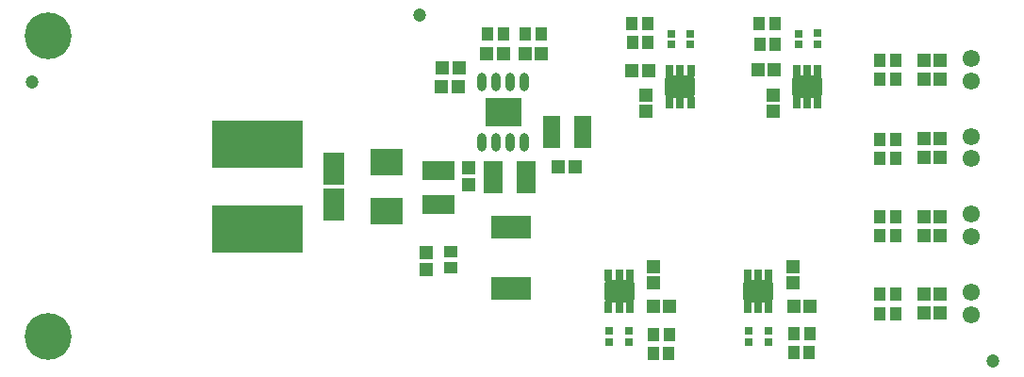
<source format=gts>
G04 Layer_Color=20142*
%FSAX25Y25*%
%MOIN*%
G70*
G01*
G75*
%ADD49R,0.13005X0.10249*%
%ADD50O,0.03162X0.06509*%
G04:AMPARAMS|DCode=51|XSize=106.42mil|YSize=76.9mil|CornerRadius=10.89mil|HoleSize=0mil|Usage=FLASHONLY|Rotation=0.000|XOffset=0mil|YOffset=0mil|HoleType=Round|Shape=RoundedRectangle|*
%AMROUNDEDRECTD51*
21,1,0.10642,0.05512,0,0,0.0*
21,1,0.08465,0.07690,0,0,0.0*
1,1,0.02178,0.04232,-0.02756*
1,1,0.02178,-0.04232,-0.02756*
1,1,0.02178,-0.04232,0.02756*
1,1,0.02178,0.04232,0.02756*
%
%ADD51ROUNDEDRECTD51*%
%ADD52R,0.02572X0.03871*%
%ADD53R,0.04934X0.04737*%
%ADD54R,0.04737X0.04934*%
%ADD55R,0.05918X0.11430*%
%ADD56R,0.06706X0.11824*%
%ADD57R,0.11824X0.06706*%
%ADD58R,0.04540X0.04934*%
%ADD59R,0.04934X0.04540*%
%ADD60R,0.11599X0.09300*%
%ADD61R,0.07493X0.11824*%
%ADD62R,0.14304X0.08005*%
%ADD63R,0.04934X0.04343*%
%ADD64R,0.04343X0.04934*%
%ADD65R,0.04540X0.04540*%
%ADD66R,0.32296X0.16548*%
%ADD67C,0.04737*%
%ADD68R,0.02965X0.02965*%
%ADD69C,0.16548*%
%ADD70C,0.06115*%
%ADD71C,0.03359*%
D49*
X0284557Y0195276D02*
D03*
D50*
X0292057Y0206004D02*
D03*
X0287057D02*
D03*
X0282057D02*
D03*
X0277057D02*
D03*
X0292057Y0184547D02*
D03*
X0287057D02*
D03*
X0282057D02*
D03*
X0277057D02*
D03*
D51*
X0392063Y0204063D02*
D03*
X0325590Y0131890D02*
D03*
X0374803D02*
D03*
X0347181Y0204063D02*
D03*
D52*
X0388323Y0209732D02*
D03*
X0392063D02*
D03*
X0395803D02*
D03*
Y0198394D02*
D03*
X0392063D02*
D03*
X0388323D02*
D03*
X0329331Y0126221D02*
D03*
X0325590D02*
D03*
X0321850D02*
D03*
Y0137559D02*
D03*
X0325590D02*
D03*
X0329331D02*
D03*
X0378543Y0126221D02*
D03*
X0374803D02*
D03*
X0371063D02*
D03*
Y0137559D02*
D03*
X0374803D02*
D03*
X0378543D02*
D03*
X0343441Y0209732D02*
D03*
X0347181D02*
D03*
X0350921D02*
D03*
Y0198394D02*
D03*
X0347181D02*
D03*
X0343441D02*
D03*
D53*
X0304134Y0175984D02*
D03*
X0310039D02*
D03*
X0292234Y0215748D02*
D03*
X0298140D02*
D03*
X0262795Y0204331D02*
D03*
X0268701D02*
D03*
X0278849Y0215748D02*
D03*
X0284754D02*
D03*
X0433268Y0206819D02*
D03*
X0439173D02*
D03*
Y0213512D02*
D03*
X0433268D02*
D03*
X0433268Y0151575D02*
D03*
X0439173D02*
D03*
Y0158268D02*
D03*
X0433268D02*
D03*
X0433268Y0124142D02*
D03*
X0439173D02*
D03*
Y0130835D02*
D03*
X0433268D02*
D03*
Y0179260D02*
D03*
X0439173D02*
D03*
Y0185953D02*
D03*
X0433268D02*
D03*
D54*
X0272352Y0175394D02*
D03*
Y0169488D02*
D03*
X0257480Y0145472D02*
D03*
Y0139567D02*
D03*
D55*
X0312598Y0188189D02*
D03*
X0301575D02*
D03*
D56*
X0292825Y0172047D02*
D03*
X0281014D02*
D03*
D57*
X0261722Y0174409D02*
D03*
Y0162598D02*
D03*
D58*
X0374705Y0210236D02*
D03*
X0380413D02*
D03*
X0343406Y0126378D02*
D03*
X0337697D02*
D03*
X0393012Y0126378D02*
D03*
X0387303D02*
D03*
X0330217Y0209842D02*
D03*
X0335925D02*
D03*
D59*
X0379921Y0201279D02*
D03*
Y0195571D02*
D03*
X0337795Y0134941D02*
D03*
Y0140650D02*
D03*
X0387008Y0134941D02*
D03*
Y0140650D02*
D03*
X0335039Y0201279D02*
D03*
Y0195571D02*
D03*
D60*
X0243307Y0160197D02*
D03*
Y0177598D02*
D03*
D61*
X0224803Y0175295D02*
D03*
Y0162500D02*
D03*
D62*
X0287402Y0154606D02*
D03*
Y0132795D02*
D03*
D63*
X0266142Y0140256D02*
D03*
Y0145965D02*
D03*
D64*
X0298041Y0222835D02*
D03*
X0292333D02*
D03*
X0284656D02*
D03*
X0278947D02*
D03*
X0423327Y0213386D02*
D03*
X0417618D02*
D03*
X0423327Y0206819D02*
D03*
X0417618D02*
D03*
X0380807Y0226378D02*
D03*
X0375098D02*
D03*
X0380610Y0219291D02*
D03*
X0375295D02*
D03*
X0423327Y0158268D02*
D03*
X0417618D02*
D03*
X0423327Y0151575D02*
D03*
X0417618D02*
D03*
X0337697Y0116535D02*
D03*
X0343406D02*
D03*
X0337831Y0109968D02*
D03*
X0343146D02*
D03*
X0423327Y0130709D02*
D03*
X0417618D02*
D03*
X0423327Y0123890D02*
D03*
X0417618D02*
D03*
X0387303Y0116929D02*
D03*
X0393012D02*
D03*
X0387500Y0110236D02*
D03*
X0392815D02*
D03*
X0423327Y0185559D02*
D03*
X0417618D02*
D03*
X0423327Y0178866D02*
D03*
X0417618D02*
D03*
X0335862Y0226504D02*
D03*
X0330153D02*
D03*
X0335665Y0219811D02*
D03*
X0330350D02*
D03*
D65*
X0263199Y0211024D02*
D03*
X0268907D02*
D03*
D66*
X0197638Y0153937D02*
D03*
Y0183858D02*
D03*
D67*
X0457874Y0107087D02*
D03*
X0118110Y0205906D02*
D03*
X0255118Y0229528D02*
D03*
D68*
X0329125Y0117935D02*
D03*
X0329134Y0113976D02*
D03*
X0322038Y0117935D02*
D03*
X0322047Y0113976D02*
D03*
X0378338Y0117935D02*
D03*
X0378346Y0113976D02*
D03*
X0371251Y0117935D02*
D03*
X0371260Y0113976D02*
D03*
X0350796Y0219073D02*
D03*
X0350787Y0223031D02*
D03*
X0344104Y0219073D02*
D03*
X0344094Y0223031D02*
D03*
X0388985Y0219073D02*
D03*
X0388976Y0223031D02*
D03*
X0395678Y0219174D02*
D03*
X0395669Y0223132D02*
D03*
D69*
X0123622Y0222047D02*
D03*
Y0115748D02*
D03*
D70*
X0450197Y0123622D02*
D03*
Y0131496D02*
D03*
Y0151181D02*
D03*
Y0159055D02*
D03*
Y0178740D02*
D03*
Y0186614D02*
D03*
Y0206299D02*
D03*
Y0214173D02*
D03*
D71*
X0288888Y0197441D02*
D03*
Y0193110D02*
D03*
X0284557Y0197441D02*
D03*
Y0193110D02*
D03*
X0280226Y0197441D02*
D03*
Y0193110D02*
D03*
M02*

</source>
